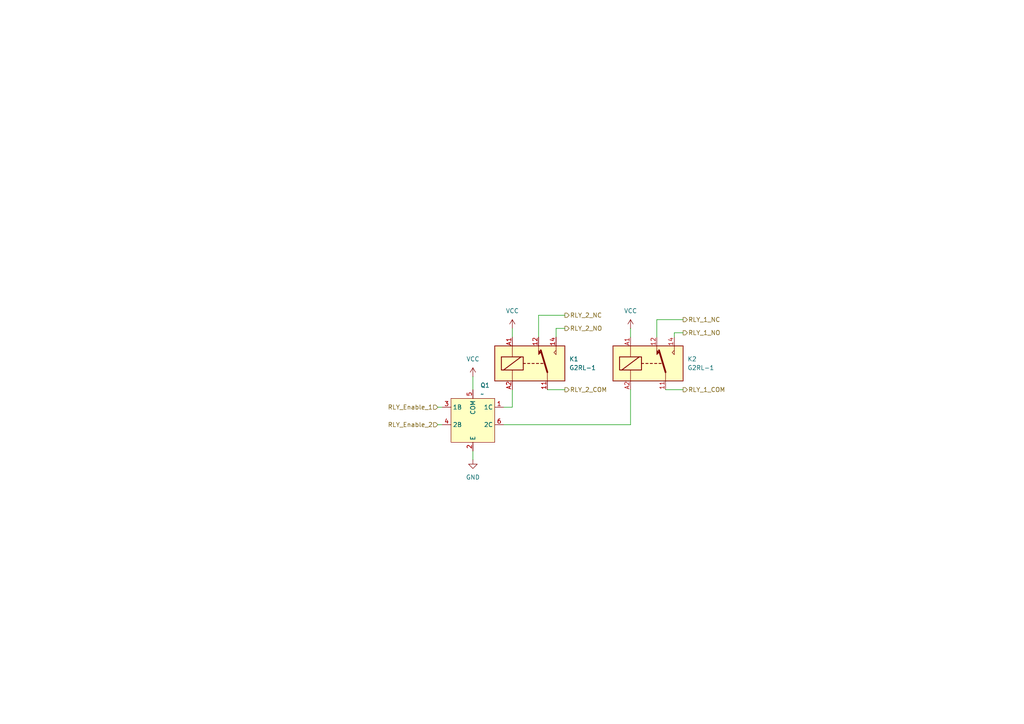
<source format=kicad_sch>
(kicad_sch
	(version 20250114)
	(generator "eeschema")
	(generator_version "9.0")
	(uuid "297e7254-8844-4482-96f8-8edb41a2e155")
	(paper "A4")
	(lib_symbols
		(symbol "Relay:G2RL-1"
			(exclude_from_sim no)
			(in_bom yes)
			(on_board yes)
			(property "Reference" "K"
				(at 11.43 3.81 0)
				(effects
					(font
						(size 1.27 1.27)
					)
					(justify left)
				)
			)
			(property "Value" "G2RL-1"
				(at 11.43 1.27 0)
				(effects
					(font
						(size 1.27 1.27)
					)
					(justify left)
				)
			)
			(property "Footprint" "Relay_THT:Relay_SPDT_Omron_G2RL-1"
				(at 11.43 -1.27 0)
				(effects
					(font
						(size 1.27 1.27)
					)
					(justify left)
					(hide yes)
				)
			)
			(property "Datasheet" "https://omronfs.omron.com/en_US/ecb/products/pdf/en-g2rl.pdf"
				(at 0 0 0)
				(effects
					(font
						(size 1.27 1.27)
					)
					(hide yes)
				)
			)
			(property "Description" "General Purpose Low Profile Relay SPDT Through Hole, Omron G2RL series, 12A 250VAC"
				(at 0 0 0)
				(effects
					(font
						(size 1.27 1.27)
					)
					(hide yes)
				)
			)
			(property "ki_keywords" "Single Pole Relay SPDT Omron"
				(at 0 0 0)
				(effects
					(font
						(size 1.27 1.27)
					)
					(hide yes)
				)
			)
			(property "ki_fp_filters" "Relay?SPDT?Omron?G2RL*"
				(at 0 0 0)
				(effects
					(font
						(size 1.27 1.27)
					)
					(hide yes)
				)
			)
			(symbol "G2RL-1_0_0"
				(polyline
					(pts
						(xy 7.62 5.08) (xy 7.62 2.54) (xy 6.985 3.175) (xy 7.62 3.81)
					)
					(stroke
						(width 0)
						(type default)
					)
					(fill
						(type none)
					)
				)
			)
			(symbol "G2RL-1_0_1"
				(rectangle
					(start -10.16 5.08)
					(end 10.16 -5.08)
					(stroke
						(width 0.254)
						(type default)
					)
					(fill
						(type background)
					)
				)
				(rectangle
					(start -8.255 1.905)
					(end -1.905 -1.905)
					(stroke
						(width 0.254)
						(type default)
					)
					(fill
						(type none)
					)
				)
				(polyline
					(pts
						(xy -7.62 -1.905) (xy -2.54 1.905)
					)
					(stroke
						(width 0.254)
						(type default)
					)
					(fill
						(type none)
					)
				)
				(polyline
					(pts
						(xy -5.08 5.08) (xy -5.08 1.905)
					)
					(stroke
						(width 0)
						(type default)
					)
					(fill
						(type none)
					)
				)
				(polyline
					(pts
						(xy -5.08 -5.08) (xy -5.08 -1.905)
					)
					(stroke
						(width 0)
						(type default)
					)
					(fill
						(type none)
					)
				)
				(polyline
					(pts
						(xy -1.905 0) (xy -1.27 0)
					)
					(stroke
						(width 0.254)
						(type default)
					)
					(fill
						(type none)
					)
				)
				(polyline
					(pts
						(xy -0.635 0) (xy 0 0)
					)
					(stroke
						(width 0.254)
						(type default)
					)
					(fill
						(type none)
					)
				)
				(polyline
					(pts
						(xy 0.635 0) (xy 1.27 0)
					)
					(stroke
						(width 0.254)
						(type default)
					)
					(fill
						(type none)
					)
				)
				(polyline
					(pts
						(xy 1.905 0) (xy 2.54 0)
					)
					(stroke
						(width 0.254)
						(type default)
					)
					(fill
						(type none)
					)
				)
				(polyline
					(pts
						(xy 2.54 5.08) (xy 2.54 2.54) (xy 3.175 3.175) (xy 2.54 3.81)
					)
					(stroke
						(width 0)
						(type default)
					)
					(fill
						(type outline)
					)
				)
				(polyline
					(pts
						(xy 3.175 0) (xy 3.81 0)
					)
					(stroke
						(width 0.254)
						(type default)
					)
					(fill
						(type none)
					)
				)
				(polyline
					(pts
						(xy 5.08 -2.54) (xy 3.175 3.81)
					)
					(stroke
						(width 0.508)
						(type default)
					)
					(fill
						(type none)
					)
				)
				(polyline
					(pts
						(xy 5.08 -2.54) (xy 5.08 -5.08)
					)
					(stroke
						(width 0)
						(type default)
					)
					(fill
						(type none)
					)
				)
			)
			(symbol "G2RL-1_1_1"
				(pin passive line
					(at -5.08 7.62 270)
					(length 2.54)
					(name "~"
						(effects
							(font
								(size 1.27 1.27)
							)
						)
					)
					(number "A1"
						(effects
							(font
								(size 1.27 1.27)
							)
						)
					)
				)
				(pin passive line
					(at -5.08 -7.62 90)
					(length 2.54)
					(name "~"
						(effects
							(font
								(size 1.27 1.27)
							)
						)
					)
					(number "A2"
						(effects
							(font
								(size 1.27 1.27)
							)
						)
					)
				)
				(pin passive line
					(at 2.54 7.62 270)
					(length 2.54)
					(name "~"
						(effects
							(font
								(size 1.27 1.27)
							)
						)
					)
					(number "12"
						(effects
							(font
								(size 1.27 1.27)
							)
						)
					)
				)
				(pin passive line
					(at 5.08 -7.62 90)
					(length 2.54)
					(name "~"
						(effects
							(font
								(size 1.27 1.27)
							)
						)
					)
					(number "11"
						(effects
							(font
								(size 1.27 1.27)
							)
						)
					)
				)
				(pin passive line
					(at 7.62 7.62 270)
					(length 2.54)
					(name "~"
						(effects
							(font
								(size 1.27 1.27)
							)
						)
					)
					(number "14"
						(effects
							(font
								(size 1.27 1.27)
							)
						)
					)
				)
			)
			(embedded_fonts no)
		)
		(symbol "Riqi_Parts:LANKE LK1802"
			(exclude_from_sim no)
			(in_bom yes)
			(on_board yes)
			(property "Reference" "Q"
				(at -2.286 -16.764 0)
				(effects
					(font
						(size 1.27 1.27)
					)
				)
			)
			(property "Value" ""
				(at 0 0 0)
				(effects
					(font
						(size 1.27 1.27)
					)
				)
			)
			(property "Footprint" ""
				(at 0 0 0)
				(effects
					(font
						(size 1.27 1.27)
					)
					(hide yes)
				)
			)
			(property "Datasheet" ""
				(at 0 0 0)
				(effects
					(font
						(size 1.27 1.27)
					)
					(hide yes)
				)
			)
			(property "Description" ""
				(at 0 0 0)
				(effects
					(font
						(size 1.27 1.27)
					)
					(hide yes)
				)
			)
			(property "ki_locked" ""
				(at 0 0 0)
				(effects
					(font
						(size 1.27 1.27)
					)
				)
			)
			(symbol "LANKE LK1802_1_1"
				(rectangle
					(start -2.54 -2.54)
					(end 10.16 -15.24)
					(stroke
						(width 0)
						(type solid)
					)
					(fill
						(type background)
					)
				)
				(pin input line
					(at -5.08 -5.08 0)
					(length 2.54)
					(name "1B"
						(effects
							(font
								(size 1.27 1.27)
							)
						)
					)
					(number "3"
						(effects
							(font
								(size 1.27 1.27)
							)
						)
					)
				)
				(pin input line
					(at -5.08 -10.16 0)
					(length 2.54)
					(name "2B"
						(effects
							(font
								(size 1.27 1.27)
							)
						)
					)
					(number "4"
						(effects
							(font
								(size 1.27 1.27)
							)
						)
					)
				)
				(pin passive line
					(at 3.81 0 270)
					(length 2.54)
					(name "COM"
						(effects
							(font
								(size 1.27 1.27)
							)
						)
					)
					(number "5"
						(effects
							(font
								(size 1.27 1.27)
							)
						)
					)
				)
				(pin passive line
					(at 3.81 -17.78 90)
					(length 2.54)
					(name "E"
						(effects
							(font
								(size 1.27 1.27)
							)
						)
					)
					(number "2"
						(effects
							(font
								(size 1.27 1.27)
							)
						)
					)
				)
				(pin open_collector line
					(at 12.7 -5.08 180)
					(length 2.54)
					(name "1C"
						(effects
							(font
								(size 1.27 1.27)
							)
						)
					)
					(number "1"
						(effects
							(font
								(size 1.27 1.27)
							)
						)
					)
				)
				(pin open_collector line
					(at 12.7 -10.16 180)
					(length 2.54)
					(name "2C"
						(effects
							(font
								(size 1.27 1.27)
							)
						)
					)
					(number "6"
						(effects
							(font
								(size 1.27 1.27)
							)
						)
					)
				)
			)
			(embedded_fonts no)
		)
		(symbol "power:GND"
			(power)
			(pin_numbers
				(hide yes)
			)
			(pin_names
				(offset 0)
				(hide yes)
			)
			(exclude_from_sim no)
			(in_bom yes)
			(on_board yes)
			(property "Reference" "#PWR"
				(at 0 -6.35 0)
				(effects
					(font
						(size 1.27 1.27)
					)
					(hide yes)
				)
			)
			(property "Value" "GND"
				(at 0 -3.81 0)
				(effects
					(font
						(size 1.27 1.27)
					)
				)
			)
			(property "Footprint" ""
				(at 0 0 0)
				(effects
					(font
						(size 1.27 1.27)
					)
					(hide yes)
				)
			)
			(property "Datasheet" ""
				(at 0 0 0)
				(effects
					(font
						(size 1.27 1.27)
					)
					(hide yes)
				)
			)
			(property "Description" "Power symbol creates a global label with name \"GND\" , ground"
				(at 0 0 0)
				(effects
					(font
						(size 1.27 1.27)
					)
					(hide yes)
				)
			)
			(property "ki_keywords" "global power"
				(at 0 0 0)
				(effects
					(font
						(size 1.27 1.27)
					)
					(hide yes)
				)
			)
			(symbol "GND_0_1"
				(polyline
					(pts
						(xy 0 0) (xy 0 -1.27) (xy 1.27 -1.27) (xy 0 -2.54) (xy -1.27 -1.27) (xy 0 -1.27)
					)
					(stroke
						(width 0)
						(type default)
					)
					(fill
						(type none)
					)
				)
			)
			(symbol "GND_1_1"
				(pin power_in line
					(at 0 0 270)
					(length 0)
					(name "~"
						(effects
							(font
								(size 1.27 1.27)
							)
						)
					)
					(number "1"
						(effects
							(font
								(size 1.27 1.27)
							)
						)
					)
				)
			)
			(embedded_fonts no)
		)
		(symbol "power:VCC"
			(power)
			(pin_numbers
				(hide yes)
			)
			(pin_names
				(offset 0)
				(hide yes)
			)
			(exclude_from_sim no)
			(in_bom yes)
			(on_board yes)
			(property "Reference" "#PWR"
				(at 0 -3.81 0)
				(effects
					(font
						(size 1.27 1.27)
					)
					(hide yes)
				)
			)
			(property "Value" "VCC"
				(at 0 3.556 0)
				(effects
					(font
						(size 1.27 1.27)
					)
				)
			)
			(property "Footprint" ""
				(at 0 0 0)
				(effects
					(font
						(size 1.27 1.27)
					)
					(hide yes)
				)
			)
			(property "Datasheet" ""
				(at 0 0 0)
				(effects
					(font
						(size 1.27 1.27)
					)
					(hide yes)
				)
			)
			(property "Description" "Power symbol creates a global label with name \"VCC\""
				(at 0 0 0)
				(effects
					(font
						(size 1.27 1.27)
					)
					(hide yes)
				)
			)
			(property "ki_keywords" "global power"
				(at 0 0 0)
				(effects
					(font
						(size 1.27 1.27)
					)
					(hide yes)
				)
			)
			(symbol "VCC_0_1"
				(polyline
					(pts
						(xy -0.762 1.27) (xy 0 2.54)
					)
					(stroke
						(width 0)
						(type default)
					)
					(fill
						(type none)
					)
				)
				(polyline
					(pts
						(xy 0 2.54) (xy 0.762 1.27)
					)
					(stroke
						(width 0)
						(type default)
					)
					(fill
						(type none)
					)
				)
				(polyline
					(pts
						(xy 0 0) (xy 0 2.54)
					)
					(stroke
						(width 0)
						(type default)
					)
					(fill
						(type none)
					)
				)
			)
			(symbol "VCC_1_1"
				(pin power_in line
					(at 0 0 90)
					(length 0)
					(name "~"
						(effects
							(font
								(size 1.27 1.27)
							)
						)
					)
					(number "1"
						(effects
							(font
								(size 1.27 1.27)
							)
						)
					)
				)
			)
			(embedded_fonts no)
		)
	)
	(wire
		(pts
			(xy 182.88 95.25) (xy 182.88 97.79)
		)
		(stroke
			(width 0)
			(type default)
		)
		(uuid "03f91133-c4e3-48d4-87c7-2b60f0254c53")
	)
	(wire
		(pts
			(xy 163.83 91.44) (xy 156.21 91.44)
		)
		(stroke
			(width 0)
			(type default)
		)
		(uuid "0b7fcf6d-abb4-489e-a4d5-5882abf8b511")
	)
	(wire
		(pts
			(xy 161.29 95.25) (xy 161.29 97.79)
		)
		(stroke
			(width 0)
			(type default)
		)
		(uuid "0d78b9dd-fe30-469c-a300-f95e1e93e99f")
	)
	(wire
		(pts
			(xy 190.5 92.71) (xy 190.5 97.79)
		)
		(stroke
			(width 0)
			(type default)
		)
		(uuid "15958406-ef1a-478d-a04a-8ae84ccb59b5")
	)
	(wire
		(pts
			(xy 137.16 109.22) (xy 137.16 113.03)
		)
		(stroke
			(width 0)
			(type default)
		)
		(uuid "2df28a2a-0edd-464b-9e1d-df8e3b2ce2e9")
	)
	(wire
		(pts
			(xy 163.83 95.25) (xy 161.29 95.25)
		)
		(stroke
			(width 0)
			(type default)
		)
		(uuid "35db84fb-4f4b-439e-976e-ad8d7d885c5b")
	)
	(wire
		(pts
			(xy 146.05 118.11) (xy 148.59 118.11)
		)
		(stroke
			(width 0)
			(type default)
		)
		(uuid "402f926d-08a6-4231-a983-3e7b51b964b7")
	)
	(wire
		(pts
			(xy 182.88 113.03) (xy 182.88 123.19)
		)
		(stroke
			(width 0)
			(type default)
		)
		(uuid "4e7a143c-5671-497a-8cd0-20264a695388")
	)
	(wire
		(pts
			(xy 148.59 113.03) (xy 148.59 118.11)
		)
		(stroke
			(width 0)
			(type default)
		)
		(uuid "51e7c629-26c9-4c38-b3fc-e3fa3593d506")
	)
	(wire
		(pts
			(xy 137.16 130.81) (xy 137.16 133.35)
		)
		(stroke
			(width 0)
			(type default)
		)
		(uuid "545a1181-75c0-49c0-a373-e5f00e27f6d8")
	)
	(wire
		(pts
			(xy 127 118.11) (xy 128.27 118.11)
		)
		(stroke
			(width 0)
			(type default)
		)
		(uuid "5a855c26-4b66-4865-94bf-8fd2225e3162")
	)
	(wire
		(pts
			(xy 146.05 123.19) (xy 182.88 123.19)
		)
		(stroke
			(width 0)
			(type default)
		)
		(uuid "6379c644-3a26-431a-b358-0990105f6215")
	)
	(wire
		(pts
			(xy 148.59 95.25) (xy 148.59 97.79)
		)
		(stroke
			(width 0)
			(type default)
		)
		(uuid "7bf51785-e170-462e-a223-c15ff0189b0b")
	)
	(wire
		(pts
			(xy 195.58 96.52) (xy 198.12 96.52)
		)
		(stroke
			(width 0)
			(type default)
		)
		(uuid "844a14e7-f525-47db-9239-732bfce6fde9")
	)
	(wire
		(pts
			(xy 127 123.19) (xy 128.27 123.19)
		)
		(stroke
			(width 0)
			(type default)
		)
		(uuid "a3d47e42-0e7b-468b-aa9f-a8237b4c210e")
	)
	(wire
		(pts
			(xy 198.12 92.71) (xy 190.5 92.71)
		)
		(stroke
			(width 0)
			(type default)
		)
		(uuid "b3388af0-11f6-4b8d-a56a-6dadc60962c6")
	)
	(wire
		(pts
			(xy 158.75 113.03) (xy 163.83 113.03)
		)
		(stroke
			(width 0)
			(type default)
		)
		(uuid "e46df68f-8607-490f-979e-5ffe57e00f2e")
	)
	(wire
		(pts
			(xy 195.58 96.52) (xy 195.58 97.79)
		)
		(stroke
			(width 0)
			(type default)
		)
		(uuid "e64c861b-17a8-4de3-816d-23c8a436a2fb")
	)
	(wire
		(pts
			(xy 156.21 91.44) (xy 156.21 97.79)
		)
		(stroke
			(width 0)
			(type default)
		)
		(uuid "e7de8252-a594-4d1e-83a6-abc641bf991c")
	)
	(wire
		(pts
			(xy 198.12 113.03) (xy 193.04 113.03)
		)
		(stroke
			(width 0)
			(type default)
		)
		(uuid "f80149aa-8ea8-4372-a469-b5be9f61192d")
	)
	(hierarchical_label "RLY_2_NO"
		(shape output)
		(at 163.83 95.25 0)
		(effects
			(font
				(size 1.27 1.27)
			)
			(justify left)
		)
		(uuid "06e46089-cc93-4220-99c1-38e463b86d03")
	)
	(hierarchical_label "RLY_1_NO"
		(shape output)
		(at 198.12 96.52 0)
		(effects
			(font
				(size 1.27 1.27)
			)
			(justify left)
		)
		(uuid "28ca1166-11d9-4f4c-b854-e0c965c148be")
	)
	(hierarchical_label "RLY_Enable_1"
		(shape input)
		(at 127 118.11 180)
		(effects
			(font
				(size 1.27 1.27)
			)
			(justify right)
		)
		(uuid "33c4ad2c-90ce-48bc-9ddb-c07f8f6e37d1")
	)
	(hierarchical_label "RLY_1_NC"
		(shape output)
		(at 198.12 92.71 0)
		(effects
			(font
				(size 1.27 1.27)
			)
			(justify left)
		)
		(uuid "6f9f3ffb-b532-4e57-9f91-4315dc0cda44")
	)
	(hierarchical_label "RLY_1_COM"
		(shape output)
		(at 198.12 113.03 0)
		(effects
			(font
				(size 1.27 1.27)
			)
			(justify left)
		)
		(uuid "9a7471d7-5704-4572-852f-a09c6f9e1058")
	)
	(hierarchical_label "RLY_Enable_2"
		(shape input)
		(at 127 123.19 180)
		(effects
			(font
				(size 1.27 1.27)
			)
			(justify right)
		)
		(uuid "bfaf4b44-6841-4173-aa99-7d84708a15a0")
	)
	(hierarchical_label "RLY_2_NC"
		(shape output)
		(at 163.83 91.44 0)
		(effects
			(font
				(size 1.27 1.27)
			)
			(justify left)
		)
		(uuid "d1b17f76-e69e-4925-a4cf-f1eae5f9c633")
	)
	(hierarchical_label "RLY_2_COM"
		(shape output)
		(at 163.83 113.03 0)
		(effects
			(font
				(size 1.27 1.27)
			)
			(justify left)
		)
		(uuid "d34d0cff-bc49-4235-817c-c0f8f01961c6")
	)
	(symbol
		(lib_id "Riqi_Parts:LANKE LK1802")
		(at 133.35 113.03 0)
		(unit 1)
		(exclude_from_sim no)
		(in_bom yes)
		(on_board yes)
		(dnp no)
		(fields_autoplaced yes)
		(uuid "91a3940d-12c0-487a-a3be-50778c8c669f")
		(property "Reference" "Q1"
			(at 139.3033 111.76 0)
			(effects
				(font
					(size 1.27 1.27)
				)
				(justify left)
			)
		)
		(property "Value" "~"
			(at 139.3033 114.3 0)
			(effects
				(font
					(size 1.27 1.27)
				)
				(justify left)
			)
		)
		(property "Footprint" "Button_Switch_THT:SW_NKK_G1xJP"
			(at 133.35 113.03 0)
			(effects
				(font
					(size 1.27 1.27)
				)
				(hide yes)
			)
		)
		(property "Datasheet" ""
			(at 133.35 113.03 0)
			(effects
				(font
					(size 1.27 1.27)
				)
				(hide yes)
			)
		)
		(property "Description" ""
			(at 133.35 113.03 0)
			(effects
				(font
					(size 1.27 1.27)
				)
				(hide yes)
			)
		)
		(property "LCSC#" "C2984831"
			(at 133.35 113.03 0)
			(effects
				(font
					(size 1.27 1.27)
				)
				(hide yes)
			)
		)
		(pin "4"
			(uuid "7e17b648-965e-429d-aa7b-e51f6e82bf32")
		)
		(pin "5"
			(uuid "b24e93ce-6c87-4bc9-b0ee-3c47214111af")
		)
		(pin "2"
			(uuid "15893fbb-4355-4f49-8550-f388bfeb07fd")
		)
		(pin "1"
			(uuid "39581bde-5a39-4444-9126-a77af5af147e")
		)
		(pin "6"
			(uuid "9a803033-a328-4da6-a467-918f88589c1e")
		)
		(pin "3"
			(uuid "28278381-4638-4834-98f0-0c6bf00ebfa9")
		)
		(instances
			(project "Nivara"
				(path "/42622735-4343-4315-af64-a45701a752b6/711b914f-41ac-411e-bef3-8ade05c9a19b/046ce629-3f56-4f48-b2c7-d6e93ff2fbb5"
					(reference "Q1")
					(unit 1)
				)
			)
		)
	)
	(symbol
		(lib_id "power:VCC")
		(at 148.59 95.25 0)
		(unit 1)
		(exclude_from_sim no)
		(in_bom yes)
		(on_board yes)
		(dnp no)
		(fields_autoplaced yes)
		(uuid "958d491f-1a81-40d9-9652-ce49b088cd9d")
		(property "Reference" "#PWR030"
			(at 148.59 99.06 0)
			(effects
				(font
					(size 1.27 1.27)
				)
				(hide yes)
			)
		)
		(property "Value" "VCC"
			(at 148.59 90.17 0)
			(effects
				(font
					(size 1.27 1.27)
				)
			)
		)
		(property "Footprint" ""
			(at 148.59 95.25 0)
			(effects
				(font
					(size 1.27 1.27)
				)
				(hide yes)
			)
		)
		(property "Datasheet" ""
			(at 148.59 95.25 0)
			(effects
				(font
					(size 1.27 1.27)
				)
				(hide yes)
			)
		)
		(property "Description" "Power symbol creates a global label with name \"VCC\""
			(at 148.59 95.25 0)
			(effects
				(font
					(size 1.27 1.27)
				)
				(hide yes)
			)
		)
		(pin "1"
			(uuid "b19a3383-216b-4667-ad89-b61237ff87cc")
		)
		(instances
			(project "Nivara"
				(path "/42622735-4343-4315-af64-a45701a752b6/711b914f-41ac-411e-bef3-8ade05c9a19b/046ce629-3f56-4f48-b2c7-d6e93ff2fbb5"
					(reference "#PWR030")
					(unit 1)
				)
			)
		)
	)
	(symbol
		(lib_id "power:VCC")
		(at 182.88 95.25 0)
		(unit 1)
		(exclude_from_sim no)
		(in_bom yes)
		(on_board yes)
		(dnp no)
		(fields_autoplaced yes)
		(uuid "a2618e71-a761-40e1-96ac-c08eb179e59b")
		(property "Reference" "#PWR031"
			(at 182.88 99.06 0)
			(effects
				(font
					(size 1.27 1.27)
				)
				(hide yes)
			)
		)
		(property "Value" "VCC"
			(at 182.88 90.17 0)
			(effects
				(font
					(size 1.27 1.27)
				)
			)
		)
		(property "Footprint" ""
			(at 182.88 95.25 0)
			(effects
				(font
					(size 1.27 1.27)
				)
				(hide yes)
			)
		)
		(property "Datasheet" ""
			(at 182.88 95.25 0)
			(effects
				(font
					(size 1.27 1.27)
				)
				(hide yes)
			)
		)
		(property "Description" "Power symbol creates a global label with name \"VCC\""
			(at 182.88 95.25 0)
			(effects
				(font
					(size 1.27 1.27)
				)
				(hide yes)
			)
		)
		(pin "1"
			(uuid "92b249a0-b657-4cff-8143-bee566da2fe8")
		)
		(instances
			(project "Nivara"
				(path "/42622735-4343-4315-af64-a45701a752b6/711b914f-41ac-411e-bef3-8ade05c9a19b/046ce629-3f56-4f48-b2c7-d6e93ff2fbb5"
					(reference "#PWR031")
					(unit 1)
				)
			)
		)
	)
	(symbol
		(lib_id "power:VCC")
		(at 137.16 109.22 0)
		(unit 1)
		(exclude_from_sim no)
		(in_bom yes)
		(on_board yes)
		(dnp no)
		(fields_autoplaced yes)
		(uuid "b3f93be4-1e33-4014-a1d5-86a439eb863e")
		(property "Reference" "#PWR028"
			(at 137.16 113.03 0)
			(effects
				(font
					(size 1.27 1.27)
				)
				(hide yes)
			)
		)
		(property "Value" "VCC"
			(at 137.16 104.14 0)
			(effects
				(font
					(size 1.27 1.27)
				)
			)
		)
		(property "Footprint" ""
			(at 137.16 109.22 0)
			(effects
				(font
					(size 1.27 1.27)
				)
				(hide yes)
			)
		)
		(property "Datasheet" ""
			(at 137.16 109.22 0)
			(effects
				(font
					(size 1.27 1.27)
				)
				(hide yes)
			)
		)
		(property "Description" "Power symbol creates a global label with name \"VCC\""
			(at 137.16 109.22 0)
			(effects
				(font
					(size 1.27 1.27)
				)
				(hide yes)
			)
		)
		(pin "1"
			(uuid "c3af98d4-dea3-4dbd-812c-eef09a8cdfa2")
		)
		(instances
			(project "Nivara"
				(path "/42622735-4343-4315-af64-a45701a752b6/711b914f-41ac-411e-bef3-8ade05c9a19b/046ce629-3f56-4f48-b2c7-d6e93ff2fbb5"
					(reference "#PWR028")
					(unit 1)
				)
			)
		)
	)
	(symbol
		(lib_id "Relay:G2RL-1")
		(at 153.67 105.41 0)
		(unit 1)
		(exclude_from_sim no)
		(in_bom yes)
		(on_board yes)
		(dnp no)
		(fields_autoplaced yes)
		(uuid "bb86d16a-b652-46e8-b308-29dad994dafb")
		(property "Reference" "K1"
			(at 165.1 104.1399 0)
			(effects
				(font
					(size 1.27 1.27)
				)
				(justify left)
			)
		)
		(property "Value" "G2RL-1"
			(at 165.1 106.6799 0)
			(effects
				(font
					(size 1.27 1.27)
				)
				(justify left)
			)
		)
		(property "Footprint" "Relay_THT:Relay_SPDT_Omron_G2RL-1"
			(at 165.1 106.68 0)
			(effects
				(font
					(size 1.27 1.27)
				)
				(justify left)
				(hide yes)
			)
		)
		(property "Datasheet" "https://omronfs.omron.com/en_US/ecb/products/pdf/en-g2rl.pdf"
			(at 153.67 105.41 0)
			(effects
				(font
					(size 1.27 1.27)
				)
				(hide yes)
			)
		)
		(property "Description" "General Purpose Low Profile Relay SPDT Through Hole, Omron G2RL series, 12A 250VAC"
			(at 153.67 105.41 0)
			(effects
				(font
					(size 1.27 1.27)
				)
				(hide yes)
			)
		)
		(pin "14"
			(uuid "fbe59b08-7ec9-4a4e-b923-219fb9642b33")
		)
		(pin "12"
			(uuid "b380fb86-fddf-4809-b5c8-752fbe9ac1d0")
		)
		(pin "A2"
			(uuid "44022281-0d71-4a31-98d9-48538369ac08")
		)
		(pin "11"
			(uuid "8140c15d-af73-4cad-b437-4432b5d42845")
		)
		(pin "A1"
			(uuid "d03c948b-3f2b-4957-8323-cfe63250ff53")
		)
		(instances
			(project "Nivara"
				(path "/42622735-4343-4315-af64-a45701a752b6/711b914f-41ac-411e-bef3-8ade05c9a19b/046ce629-3f56-4f48-b2c7-d6e93ff2fbb5"
					(reference "K1")
					(unit 1)
				)
			)
		)
	)
	(symbol
		(lib_id "power:GND")
		(at 137.16 133.35 0)
		(unit 1)
		(exclude_from_sim no)
		(in_bom yes)
		(on_board yes)
		(dnp no)
		(fields_autoplaced yes)
		(uuid "be21cedd-6f76-44ed-b6f5-2f50ebf8e76e")
		(property "Reference" "#PWR029"
			(at 137.16 139.7 0)
			(effects
				(font
					(size 1.27 1.27)
				)
				(hide yes)
			)
		)
		(property "Value" "GND"
			(at 137.16 138.43 0)
			(effects
				(font
					(size 1.27 1.27)
				)
			)
		)
		(property "Footprint" ""
			(at 137.16 133.35 0)
			(effects
				(font
					(size 1.27 1.27)
				)
				(hide yes)
			)
		)
		(property "Datasheet" ""
			(at 137.16 133.35 0)
			(effects
				(font
					(size 1.27 1.27)
				)
				(hide yes)
			)
		)
		(property "Description" "Power symbol creates a global label with name \"GND\" , ground"
			(at 137.16 133.35 0)
			(effects
				(font
					(size 1.27 1.27)
				)
				(hide yes)
			)
		)
		(pin "1"
			(uuid "9057a845-b019-495d-b7c5-535c877a7b27")
		)
		(instances
			(project "Nivara"
				(path "/42622735-4343-4315-af64-a45701a752b6/711b914f-41ac-411e-bef3-8ade05c9a19b/046ce629-3f56-4f48-b2c7-d6e93ff2fbb5"
					(reference "#PWR029")
					(unit 1)
				)
			)
		)
	)
	(symbol
		(lib_id "Relay:G2RL-1")
		(at 187.96 105.41 0)
		(unit 1)
		(exclude_from_sim no)
		(in_bom yes)
		(on_board yes)
		(dnp no)
		(fields_autoplaced yes)
		(uuid "cf93c9af-e993-4be8-95c3-249b45239a2c")
		(property "Reference" "K2"
			(at 199.39 104.1399 0)
			(effects
				(font
					(size 1.27 1.27)
				)
				(justify left)
			)
		)
		(property "Value" "G2RL-1"
			(at 199.39 106.6799 0)
			(effects
				(font
					(size 1.27 1.27)
				)
				(justify left)
			)
		)
		(property "Footprint" "Relay_THT:Relay_SPDT_Omron_G2RL-1"
			(at 199.39 106.68 0)
			(effects
				(font
					(size 1.27 1.27)
				)
				(justify left)
				(hide yes)
			)
		)
		(property "Datasheet" "https://omronfs.omron.com/en_US/ecb/products/pdf/en-g2rl.pdf"
			(at 187.96 105.41 0)
			(effects
				(font
					(size 1.27 1.27)
				)
				(hide yes)
			)
		)
		(property "Description" "General Purpose Low Profile Relay SPDT Through Hole, Omron G2RL series, 12A 250VAC"
			(at 187.96 105.41 0)
			(effects
				(font
					(size 1.27 1.27)
				)
				(hide yes)
			)
		)
		(pin "14"
			(uuid "e66474d7-0fa4-464b-b6d4-f7afa422d906")
		)
		(pin "12"
			(uuid "72f5c72b-cf0b-4b2f-8cc1-0988b008f026")
		)
		(pin "A2"
			(uuid "15c34ac1-2cd3-4dca-8ecf-a0f9363f2c0c")
		)
		(pin "11"
			(uuid "9f13b4d7-d24e-4ec1-85ca-76d814dbe08e")
		)
		(pin "A1"
			(uuid "ebc81dea-0f7f-4aa6-b953-1d0a18a1e660")
		)
		(instances
			(project "Nivara"
				(path "/42622735-4343-4315-af64-a45701a752b6/711b914f-41ac-411e-bef3-8ade05c9a19b/046ce629-3f56-4f48-b2c7-d6e93ff2fbb5"
					(reference "K2")
					(unit 1)
				)
			)
		)
	)
)

</source>
